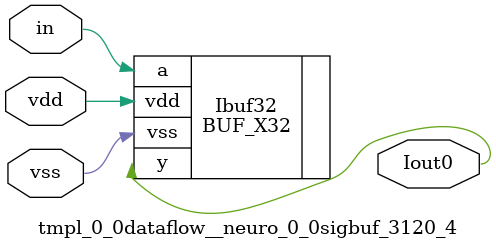
<source format=v>
module tmpl_0_0dataflow__neuro_0_0sigbuf_3120_4(in, Iout0 , vdd, vss); 
   input vdd;
   input vss;
   input in;
   

// -- signals ---
   output Iout0 ;
   wire in;

// --- instances
BUF_X32 Ibuf32  (.y(Iout0 ), .a(in), .vdd(vdd), .vss(vss));
endmodule
</source>
